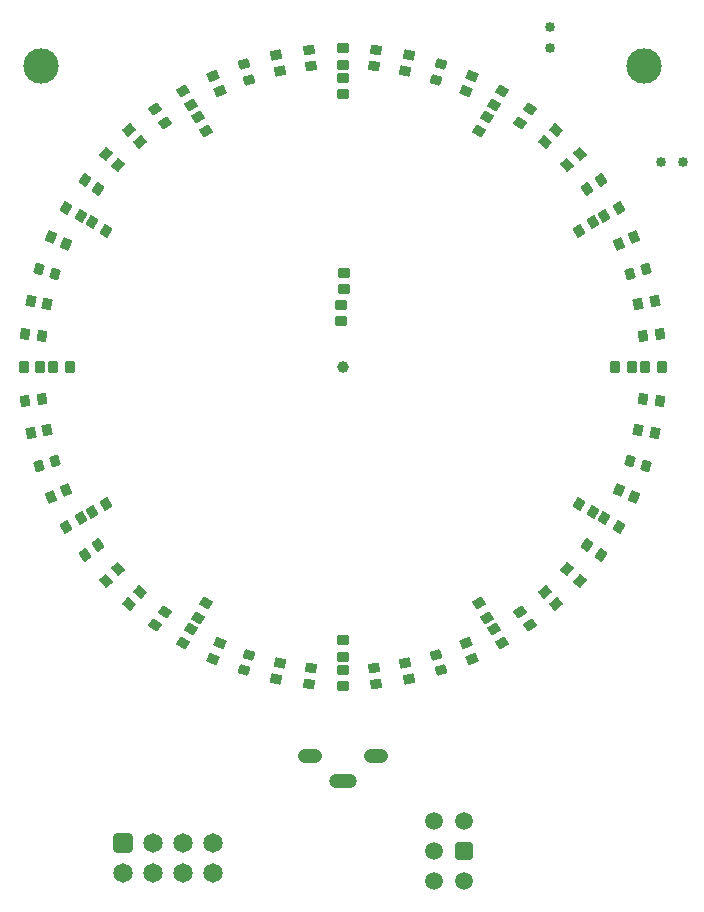
<source format=gbr>
%TF.GenerationSoftware,Altium Limited,Altium Designer,20.1.8 (145)*%
G04 Layer_Color=32768*
%FSLAX44Y44*%
%MOMM*%
%TF.SameCoordinates,3BEBD2D3-E5B3-4009-AA71-14EFD01F195C*%
%TF.FilePolarity,Negative*%
%TF.FileFunction,Soldermask,Top*%
%TF.Part,Single*%
G01*
G75*
%TA.AperFunction,ComponentPad*%
%ADD49C,1.5000*%
G04:AMPARAMS|DCode=53|XSize=1.5mm|YSize=1.5mm|CornerRadius=0.15mm|HoleSize=0mm|Usage=FLASHONLY|Rotation=180.000|XOffset=0mm|YOffset=0mm|HoleType=Round|Shape=RoundedRectangle|*
%AMROUNDEDRECTD53*
21,1,1.5000,1.2000,0,0,180.0*
21,1,1.2000,1.5000,0,0,180.0*
1,1,0.3000,-0.6000,0.6000*
1,1,0.3000,0.6000,0.6000*
1,1,0.3000,0.6000,-0.6000*
1,1,0.3000,-0.6000,-0.6000*
%
%ADD53ROUNDEDRECTD53*%
G04:AMPARAMS|DCode=114|XSize=1.65mm|YSize=1.65mm|CornerRadius=0.2625mm|HoleSize=0mm|Usage=FLASHONLY|Rotation=0.000|XOffset=0mm|YOffset=0mm|HoleType=Round|Shape=RoundedRectangle|*
%AMROUNDEDRECTD114*
21,1,1.6500,1.1250,0,0,0.0*
21,1,1.1250,1.6500,0,0,0.0*
1,1,0.5250,0.5625,-0.5625*
1,1,0.5250,-0.5625,-0.5625*
1,1,0.5250,-0.5625,0.5625*
1,1,0.5250,0.5625,0.5625*
%
%ADD114ROUNDEDRECTD114*%
%ADD115C,1.6500*%
%ADD116O,2.0500X1.2500*%
%ADD117O,2.3500X1.2500*%
%ADD118C,0.8500*%
%TA.AperFunction,ViaPad*%
%ADD119C,3.0000*%
%ADD120C,1.0000*%
%TA.AperFunction,SMDPad,CuDef*%
G04:AMPARAMS|DCode=121|XSize=0.95mm|YSize=0.8mm|CornerRadius=0.0535mm|HoleSize=0mm|Usage=FLASHONLY|Rotation=0.000|XOffset=0mm|YOffset=0mm|HoleType=Round|Shape=RoundedRectangle|*
%AMROUNDEDRECTD121*
21,1,0.9500,0.6930,0,0,0.0*
21,1,0.8430,0.8000,0,0,0.0*
1,1,0.1070,0.4215,-0.3465*
1,1,0.1070,-0.4215,-0.3465*
1,1,0.1070,-0.4215,0.3465*
1,1,0.1070,0.4215,0.3465*
%
%ADD121ROUNDEDRECTD121*%
G04:AMPARAMS|DCode=122|XSize=0.95mm|YSize=0.8mm|CornerRadius=0.0535mm|HoleSize=0mm|Usage=FLASHONLY|Rotation=354.000|XOffset=0mm|YOffset=0mm|HoleType=Round|Shape=RoundedRectangle|*
%AMROUNDEDRECTD122*
21,1,0.9500,0.6930,0,0,354.0*
21,1,0.8430,0.8000,0,0,354.0*
1,1,0.1070,0.3830,-0.3887*
1,1,0.1070,-0.4554,-0.3005*
1,1,0.1070,-0.3830,0.3887*
1,1,0.1070,0.4554,0.3005*
%
%ADD122ROUNDEDRECTD122*%
G04:AMPARAMS|DCode=123|XSize=0.95mm|YSize=0.8mm|CornerRadius=0.0535mm|HoleSize=0mm|Usage=FLASHONLY|Rotation=348.000|XOffset=0mm|YOffset=0mm|HoleType=Round|Shape=RoundedRectangle|*
%AMROUNDEDRECTD123*
21,1,0.9500,0.6930,0,0,348.0*
21,1,0.8430,0.8000,0,0,348.0*
1,1,0.1070,0.3403,-0.4266*
1,1,0.1070,-0.4843,-0.2513*
1,1,0.1070,-0.3403,0.4266*
1,1,0.1070,0.4843,0.2513*
%
%ADD123ROUNDEDRECTD123*%
G04:AMPARAMS|DCode=124|XSize=0.95mm|YSize=0.8mm|CornerRadius=0.0535mm|HoleSize=0mm|Usage=FLASHONLY|Rotation=342.000|XOffset=0mm|YOffset=0mm|HoleType=Round|Shape=RoundedRectangle|*
%AMROUNDEDRECTD124*
21,1,0.9500,0.6930,0,0,342.0*
21,1,0.8430,0.8000,0,0,342.0*
1,1,0.1070,0.2938,-0.4598*
1,1,0.1070,-0.5080,-0.1993*
1,1,0.1070,-0.2938,0.4598*
1,1,0.1070,0.5080,0.1993*
%
%ADD124ROUNDEDRECTD124*%
G04:AMPARAMS|DCode=125|XSize=0.95mm|YSize=0.8mm|CornerRadius=0.0535mm|HoleSize=0mm|Usage=FLASHONLY|Rotation=336.000|XOffset=0mm|YOffset=0mm|HoleType=Round|Shape=RoundedRectangle|*
%AMROUNDEDRECTD125*
21,1,0.9500,0.6930,0,0,336.0*
21,1,0.8430,0.8000,0,0,336.0*
1,1,0.1070,0.2441,-0.4880*
1,1,0.1070,-0.5260,-0.1451*
1,1,0.1070,-0.2441,0.4880*
1,1,0.1070,0.5260,0.1451*
%
%ADD125ROUNDEDRECTD125*%
G04:AMPARAMS|DCode=126|XSize=0.95mm|YSize=0.8mm|CornerRadius=0.0535mm|HoleSize=0mm|Usage=FLASHONLY|Rotation=330.000|XOffset=0mm|YOffset=0mm|HoleType=Round|Shape=RoundedRectangle|*
%AMROUNDEDRECTD126*
21,1,0.9500,0.6930,0,0,330.0*
21,1,0.8430,0.8000,0,0,330.0*
1,1,0.1070,0.1918,-0.5108*
1,1,0.1070,-0.5383,-0.0893*
1,1,0.1070,-0.1918,0.5108*
1,1,0.1070,0.5383,0.0893*
%
%ADD126ROUNDEDRECTD126*%
G04:AMPARAMS|DCode=127|XSize=0.95mm|YSize=0.8mm|CornerRadius=0.0535mm|HoleSize=0mm|Usage=FLASHONLY|Rotation=329.996|XOffset=0mm|YOffset=0mm|HoleType=Round|Shape=RoundedRectangle|*
%AMROUNDEDRECTD127*
21,1,0.9500,0.6930,0,0,330.0*
21,1,0.8430,0.8000,0,0,330.0*
1,1,0.1070,0.1918,-0.5108*
1,1,0.1070,-0.5383,-0.0893*
1,1,0.1070,-0.1918,0.5108*
1,1,0.1070,0.5383,0.0893*
%
%ADD127ROUNDEDRECTD127*%
G04:AMPARAMS|DCode=128|XSize=0.95mm|YSize=0.8mm|CornerRadius=0.0535mm|HoleSize=0mm|Usage=FLASHONLY|Rotation=324.000|XOffset=0mm|YOffset=0mm|HoleType=Round|Shape=RoundedRectangle|*
%AMROUNDEDRECTD128*
21,1,0.9500,0.6930,0,0,324.0*
21,1,0.8430,0.8000,0,0,324.0*
1,1,0.1070,0.1373,-0.5281*
1,1,0.1070,-0.5447,-0.0326*
1,1,0.1070,-0.1373,0.5281*
1,1,0.1070,0.5447,0.0326*
%
%ADD128ROUNDEDRECTD128*%
G04:AMPARAMS|DCode=129|XSize=0.95mm|YSize=0.8mm|CornerRadius=0.0535mm|HoleSize=0mm|Usage=FLASHONLY|Rotation=318.000|XOffset=0mm|YOffset=0mm|HoleType=Round|Shape=RoundedRectangle|*
%AMROUNDEDRECTD129*
21,1,0.9500,0.6930,0,0,318.0*
21,1,0.8430,0.8000,0,0,318.0*
1,1,0.1070,0.0814,-0.5395*
1,1,0.1070,-0.5451,0.0245*
1,1,0.1070,-0.0814,0.5395*
1,1,0.1070,0.5451,-0.0245*
%
%ADD129ROUNDEDRECTD129*%
G04:AMPARAMS|DCode=130|XSize=0.95mm|YSize=0.8mm|CornerRadius=0.0535mm|HoleSize=0mm|Usage=FLASHONLY|Rotation=312.000|XOffset=0mm|YOffset=0mm|HoleType=Round|Shape=RoundedRectangle|*
%AMROUNDEDRECTD130*
21,1,0.9500,0.6930,0,0,312.0*
21,1,0.8430,0.8000,0,0,312.0*
1,1,0.1070,0.0245,-0.5451*
1,1,0.1070,-0.5395,0.0814*
1,1,0.1070,-0.0245,0.5451*
1,1,0.1070,0.5395,-0.0814*
%
%ADD130ROUNDEDRECTD130*%
G04:AMPARAMS|DCode=131|XSize=0.95mm|YSize=0.8mm|CornerRadius=0.0535mm|HoleSize=0mm|Usage=FLASHONLY|Rotation=306.000|XOffset=0mm|YOffset=0mm|HoleType=Round|Shape=RoundedRectangle|*
%AMROUNDEDRECTD131*
21,1,0.9500,0.6930,0,0,306.0*
21,1,0.8430,0.8000,0,0,306.0*
1,1,0.1070,-0.0326,-0.5447*
1,1,0.1070,-0.5281,0.1373*
1,1,0.1070,0.0326,0.5447*
1,1,0.1070,0.5281,-0.1373*
%
%ADD131ROUNDEDRECTD131*%
G04:AMPARAMS|DCode=132|XSize=0.95mm|YSize=0.8mm|CornerRadius=0.0535mm|HoleSize=0mm|Usage=FLASHONLY|Rotation=300.000|XOffset=0mm|YOffset=0mm|HoleType=Round|Shape=RoundedRectangle|*
%AMROUNDEDRECTD132*
21,1,0.9500,0.6930,0,0,300.0*
21,1,0.8430,0.8000,0,0,300.0*
1,1,0.1070,-0.0893,-0.5383*
1,1,0.1070,-0.5108,0.1918*
1,1,0.1070,0.0893,0.5383*
1,1,0.1070,0.5108,-0.1918*
%
%ADD132ROUNDEDRECTD132*%
G04:AMPARAMS|DCode=133|XSize=0.95mm|YSize=0.8mm|CornerRadius=0.0535mm|HoleSize=0mm|Usage=FLASHONLY|Rotation=300.000|XOffset=0mm|YOffset=0mm|HoleType=Round|Shape=RoundedRectangle|*
%AMROUNDEDRECTD133*
21,1,0.9500,0.6930,0,0,300.0*
21,1,0.8430,0.8000,0,0,300.0*
1,1,0.1070,-0.0893,-0.5383*
1,1,0.1070,-0.5108,0.1918*
1,1,0.1070,0.0893,0.5383*
1,1,0.1070,0.5108,-0.1918*
%
%ADD133ROUNDEDRECTD133*%
G04:AMPARAMS|DCode=134|XSize=0.95mm|YSize=0.8mm|CornerRadius=0.0535mm|HoleSize=0mm|Usage=FLASHONLY|Rotation=294.000|XOffset=0mm|YOffset=0mm|HoleType=Round|Shape=RoundedRectangle|*
%AMROUNDEDRECTD134*
21,1,0.9500,0.6930,0,0,294.0*
21,1,0.8430,0.8000,0,0,294.0*
1,1,0.1070,-0.1451,-0.5260*
1,1,0.1070,-0.4880,0.2441*
1,1,0.1070,0.1451,0.5260*
1,1,0.1070,0.4880,-0.2441*
%
%ADD134ROUNDEDRECTD134*%
G04:AMPARAMS|DCode=135|XSize=0.95mm|YSize=0.8mm|CornerRadius=0.0535mm|HoleSize=0mm|Usage=FLASHONLY|Rotation=288.000|XOffset=0mm|YOffset=0mm|HoleType=Round|Shape=RoundedRectangle|*
%AMROUNDEDRECTD135*
21,1,0.9500,0.6930,0,0,288.0*
21,1,0.8430,0.8000,0,0,288.0*
1,1,0.1070,-0.1993,-0.5080*
1,1,0.1070,-0.4598,0.2938*
1,1,0.1070,0.1993,0.5080*
1,1,0.1070,0.4598,-0.2938*
%
%ADD135ROUNDEDRECTD135*%
G04:AMPARAMS|DCode=136|XSize=0.95mm|YSize=0.8mm|CornerRadius=0.0535mm|HoleSize=0mm|Usage=FLASHONLY|Rotation=282.000|XOffset=0mm|YOffset=0mm|HoleType=Round|Shape=RoundedRectangle|*
%AMROUNDEDRECTD136*
21,1,0.9500,0.6930,0,0,282.0*
21,1,0.8430,0.8000,0,0,282.0*
1,1,0.1070,-0.2513,-0.4843*
1,1,0.1070,-0.4266,0.3403*
1,1,0.1070,0.2513,0.4843*
1,1,0.1070,0.4266,-0.3403*
%
%ADD136ROUNDEDRECTD136*%
G04:AMPARAMS|DCode=137|XSize=0.95mm|YSize=0.8mm|CornerRadius=0.0535mm|HoleSize=0mm|Usage=FLASHONLY|Rotation=276.000|XOffset=0mm|YOffset=0mm|HoleType=Round|Shape=RoundedRectangle|*
%AMROUNDEDRECTD137*
21,1,0.9500,0.6930,0,0,276.0*
21,1,0.8430,0.8000,0,0,276.0*
1,1,0.1070,-0.3005,-0.4554*
1,1,0.1070,-0.3887,0.3830*
1,1,0.1070,0.3005,0.4554*
1,1,0.1070,0.3887,-0.3830*
%
%ADD137ROUNDEDRECTD137*%
G04:AMPARAMS|DCode=138|XSize=0.95mm|YSize=0.8mm|CornerRadius=0.0535mm|HoleSize=0mm|Usage=FLASHONLY|Rotation=270.000|XOffset=0mm|YOffset=0mm|HoleType=Round|Shape=RoundedRectangle|*
%AMROUNDEDRECTD138*
21,1,0.9500,0.6930,0,0,270.0*
21,1,0.8430,0.8000,0,0,270.0*
1,1,0.1070,-0.3465,-0.4215*
1,1,0.1070,-0.3465,0.4215*
1,1,0.1070,0.3465,0.4215*
1,1,0.1070,0.3465,-0.4215*
%
%ADD138ROUNDEDRECTD138*%
G04:AMPARAMS|DCode=139|XSize=0.95mm|YSize=0.8mm|CornerRadius=0.0535mm|HoleSize=0mm|Usage=FLASHONLY|Rotation=264.000|XOffset=0mm|YOffset=0mm|HoleType=Round|Shape=RoundedRectangle|*
%AMROUNDEDRECTD139*
21,1,0.9500,0.6930,0,0,264.0*
21,1,0.8430,0.8000,0,0,264.0*
1,1,0.1070,-0.3887,-0.3830*
1,1,0.1070,-0.3005,0.4554*
1,1,0.1070,0.3887,0.3830*
1,1,0.1070,0.3005,-0.4554*
%
%ADD139ROUNDEDRECTD139*%
G04:AMPARAMS|DCode=140|XSize=0.95mm|YSize=0.8mm|CornerRadius=0.0535mm|HoleSize=0mm|Usage=FLASHONLY|Rotation=258.000|XOffset=0mm|YOffset=0mm|HoleType=Round|Shape=RoundedRectangle|*
%AMROUNDEDRECTD140*
21,1,0.9500,0.6930,0,0,258.0*
21,1,0.8430,0.8000,0,0,258.0*
1,1,0.1070,-0.4266,-0.3403*
1,1,0.1070,-0.2513,0.4843*
1,1,0.1070,0.4266,0.3403*
1,1,0.1070,0.2513,-0.4843*
%
%ADD140ROUNDEDRECTD140*%
G04:AMPARAMS|DCode=141|XSize=0.95mm|YSize=0.8mm|CornerRadius=0.0535mm|HoleSize=0mm|Usage=FLASHONLY|Rotation=252.000|XOffset=0mm|YOffset=0mm|HoleType=Round|Shape=RoundedRectangle|*
%AMROUNDEDRECTD141*
21,1,0.9500,0.6930,0,0,252.0*
21,1,0.8430,0.8000,0,0,252.0*
1,1,0.1070,-0.4598,-0.2938*
1,1,0.1070,-0.1993,0.5080*
1,1,0.1070,0.4598,0.2938*
1,1,0.1070,0.1993,-0.5080*
%
%ADD141ROUNDEDRECTD141*%
G04:AMPARAMS|DCode=142|XSize=0.95mm|YSize=0.8mm|CornerRadius=0.0535mm|HoleSize=0mm|Usage=FLASHONLY|Rotation=245.984|XOffset=0mm|YOffset=0mm|HoleType=Round|Shape=RoundedRectangle|*
%AMROUNDEDRECTD142*
21,1,0.9500,0.6930,0,0,246.0*
21,1,0.8430,0.8000,0,0,246.0*
1,1,0.1070,-0.4880,-0.2440*
1,1,0.1070,-0.1450,0.5260*
1,1,0.1070,0.4880,0.2440*
1,1,0.1070,0.1450,-0.5260*
%
%ADD142ROUNDEDRECTD142*%
G04:AMPARAMS|DCode=143|XSize=0.95mm|YSize=0.8mm|CornerRadius=0.0535mm|HoleSize=0mm|Usage=FLASHONLY|Rotation=240.000|XOffset=0mm|YOffset=0mm|HoleType=Round|Shape=RoundedRectangle|*
%AMROUNDEDRECTD143*
21,1,0.9500,0.6930,0,0,240.0*
21,1,0.8430,0.8000,0,0,240.0*
1,1,0.1070,-0.5108,-0.1918*
1,1,0.1070,-0.0893,0.5383*
1,1,0.1070,0.5108,0.1918*
1,1,0.1070,0.0893,-0.5383*
%
%ADD143ROUNDEDRECTD143*%
G04:AMPARAMS|DCode=144|XSize=0.95mm|YSize=0.8mm|CornerRadius=0.0535mm|HoleSize=0mm|Usage=FLASHONLY|Rotation=240.000|XOffset=0mm|YOffset=0mm|HoleType=Round|Shape=RoundedRectangle|*
%AMROUNDEDRECTD144*
21,1,0.9500,0.6930,0,0,240.0*
21,1,0.8430,0.8000,0,0,240.0*
1,1,0.1070,-0.5108,-0.1918*
1,1,0.1070,-0.0893,0.5383*
1,1,0.1070,0.5108,0.1918*
1,1,0.1070,0.0893,-0.5383*
%
%ADD144ROUNDEDRECTD144*%
G04:AMPARAMS|DCode=145|XSize=0.95mm|YSize=0.8mm|CornerRadius=0.0535mm|HoleSize=0mm|Usage=FLASHONLY|Rotation=234.000|XOffset=0mm|YOffset=0mm|HoleType=Round|Shape=RoundedRectangle|*
%AMROUNDEDRECTD145*
21,1,0.9500,0.6930,0,0,234.0*
21,1,0.8430,0.8000,0,0,234.0*
1,1,0.1070,-0.5281,-0.1373*
1,1,0.1070,-0.0326,0.5447*
1,1,0.1070,0.5281,0.1373*
1,1,0.1070,0.0326,-0.5447*
%
%ADD145ROUNDEDRECTD145*%
G04:AMPARAMS|DCode=146|XSize=0.95mm|YSize=0.8mm|CornerRadius=0.0535mm|HoleSize=0mm|Usage=FLASHONLY|Rotation=228.000|XOffset=0mm|YOffset=0mm|HoleType=Round|Shape=RoundedRectangle|*
%AMROUNDEDRECTD146*
21,1,0.9500,0.6930,0,0,228.0*
21,1,0.8430,0.8000,0,0,228.0*
1,1,0.1070,-0.5395,-0.0814*
1,1,0.1070,0.0245,0.5451*
1,1,0.1070,0.5395,0.0814*
1,1,0.1070,-0.0245,-0.5451*
%
%ADD146ROUNDEDRECTD146*%
G04:AMPARAMS|DCode=147|XSize=0.95mm|YSize=0.8mm|CornerRadius=0.0535mm|HoleSize=0mm|Usage=FLASHONLY|Rotation=222.000|XOffset=0mm|YOffset=0mm|HoleType=Round|Shape=RoundedRectangle|*
%AMROUNDEDRECTD147*
21,1,0.9500,0.6930,0,0,222.0*
21,1,0.8430,0.8000,0,0,222.0*
1,1,0.1070,-0.5451,-0.0245*
1,1,0.1070,0.0814,0.5395*
1,1,0.1070,0.5451,0.0245*
1,1,0.1070,-0.0814,-0.5395*
%
%ADD147ROUNDEDRECTD147*%
G04:AMPARAMS|DCode=148|XSize=0.95mm|YSize=0.8mm|CornerRadius=0.0535mm|HoleSize=0mm|Usage=FLASHONLY|Rotation=216.000|XOffset=0mm|YOffset=0mm|HoleType=Round|Shape=RoundedRectangle|*
%AMROUNDEDRECTD148*
21,1,0.9500,0.6930,0,0,216.0*
21,1,0.8430,0.8000,0,0,216.0*
1,1,0.1070,-0.5447,0.0326*
1,1,0.1070,0.1373,0.5281*
1,1,0.1070,0.5447,-0.0326*
1,1,0.1070,-0.1373,-0.5281*
%
%ADD148ROUNDEDRECTD148*%
G04:AMPARAMS|DCode=149|XSize=0.95mm|YSize=0.8mm|CornerRadius=0.0535mm|HoleSize=0mm|Usage=FLASHONLY|Rotation=210.000|XOffset=0mm|YOffset=0mm|HoleType=Round|Shape=RoundedRectangle|*
%AMROUNDEDRECTD149*
21,1,0.9500,0.6930,0,0,210.0*
21,1,0.8430,0.8000,0,0,210.0*
1,1,0.1070,-0.5383,0.0893*
1,1,0.1070,0.1918,0.5108*
1,1,0.1070,0.5383,-0.0893*
1,1,0.1070,-0.1918,-0.5108*
%
%ADD149ROUNDEDRECTD149*%
G04:AMPARAMS|DCode=150|XSize=0.95mm|YSize=0.8mm|CornerRadius=0.0535mm|HoleSize=0mm|Usage=FLASHONLY|Rotation=204.000|XOffset=0mm|YOffset=0mm|HoleType=Round|Shape=RoundedRectangle|*
%AMROUNDEDRECTD150*
21,1,0.9500,0.6930,0,0,204.0*
21,1,0.8430,0.8000,0,0,204.0*
1,1,0.1070,-0.5260,0.1451*
1,1,0.1070,0.2441,0.4880*
1,1,0.1070,0.5260,-0.1451*
1,1,0.1070,-0.2441,-0.4880*
%
%ADD150ROUNDEDRECTD150*%
G04:AMPARAMS|DCode=151|XSize=0.95mm|YSize=0.8mm|CornerRadius=0.0535mm|HoleSize=0mm|Usage=FLASHONLY|Rotation=198.000|XOffset=0mm|YOffset=0mm|HoleType=Round|Shape=RoundedRectangle|*
%AMROUNDEDRECTD151*
21,1,0.9500,0.6930,0,0,198.0*
21,1,0.8430,0.8000,0,0,198.0*
1,1,0.1070,-0.5080,0.1993*
1,1,0.1070,0.2938,0.4598*
1,1,0.1070,0.5080,-0.1993*
1,1,0.1070,-0.2938,-0.4598*
%
%ADD151ROUNDEDRECTD151*%
G04:AMPARAMS|DCode=152|XSize=0.95mm|YSize=0.8mm|CornerRadius=0.0535mm|HoleSize=0mm|Usage=FLASHONLY|Rotation=191.972|XOffset=0mm|YOffset=0mm|HoleType=Round|Shape=RoundedRectangle|*
%AMROUNDEDRECTD152*
21,1,0.9500,0.6930,0,0,192.0*
21,1,0.8430,0.8000,0,0,192.0*
1,1,0.1070,-0.4842,0.2515*
1,1,0.1070,0.3404,0.4264*
1,1,0.1070,0.4842,-0.2515*
1,1,0.1070,-0.3404,-0.4264*
%
%ADD152ROUNDEDRECTD152*%
G04:AMPARAMS|DCode=153|XSize=0.95mm|YSize=0.8mm|CornerRadius=0.0535mm|HoleSize=0mm|Usage=FLASHONLY|Rotation=186.000|XOffset=0mm|YOffset=0mm|HoleType=Round|Shape=RoundedRectangle|*
%AMROUNDEDRECTD153*
21,1,0.9500,0.6930,0,0,186.0*
21,1,0.8430,0.8000,0,0,186.0*
1,1,0.1070,-0.4554,0.3005*
1,1,0.1070,0.3830,0.3887*
1,1,0.1070,0.4554,-0.3005*
1,1,0.1070,-0.3830,-0.3887*
%
%ADD153ROUNDEDRECTD153*%
D49*
X102900Y-435400D02*
D03*
Y-384600D02*
D03*
X77500D02*
D03*
Y-410000D02*
D03*
Y-435400D02*
D03*
D53*
X102900Y-410000D02*
D03*
D114*
X-185961Y-402750D02*
D03*
D115*
X-160560D02*
D03*
X-135161D02*
D03*
X-109761D02*
D03*
X-185961Y-428150D02*
D03*
X-160560D02*
D03*
X-135161D02*
D03*
X-109761D02*
D03*
D116*
X-28000Y-329250D02*
D03*
X28000D02*
D03*
D117*
X0Y-350750D02*
D03*
D118*
X287981Y173447D02*
D03*
X269981D02*
D03*
X175950Y288001D02*
D03*
Y270001D02*
D03*
D119*
X255000Y255000D02*
D03*
X-255000D02*
D03*
D120*
X0Y0D02*
D03*
D121*
Y256000D02*
D03*
Y270000D02*
D03*
Y245000D02*
D03*
Y231000D02*
D03*
Y-231000D02*
D03*
Y-245000D02*
D03*
Y-270000D02*
D03*
Y-256000D02*
D03*
X-1524Y38720D02*
D03*
Y52720D02*
D03*
X1524Y80040D02*
D03*
Y66040D02*
D03*
D122*
X26759Y254597D02*
D03*
X28223Y268521D02*
D03*
X-26759Y-254598D02*
D03*
X-28223Y-268521D02*
D03*
D123*
X56136Y264100D02*
D03*
X53225Y250406D02*
D03*
X-56136Y-264100D02*
D03*
X-53225Y-250406D02*
D03*
D124*
X79108Y243470D02*
D03*
X83435Y256785D02*
D03*
X-79108Y-243470D02*
D03*
X-83435Y-256785D02*
D03*
D125*
X109819Y246657D02*
D03*
X104125Y233868D02*
D03*
X-109819Y-246657D02*
D03*
X-104125Y-233868D02*
D03*
D126*
X128000Y221702D02*
D03*
X135000Y233827D02*
D03*
X-115500Y-200052D02*
D03*
X-122500Y-212176D02*
D03*
X-135000Y-233827D02*
D03*
X-128000Y-221702D02*
D03*
D127*
X122513Y212169D02*
D03*
X115513Y200045D02*
D03*
D128*
X150473Y207108D02*
D03*
X158702Y218435D02*
D03*
X-150473Y-207108D02*
D03*
X-158702Y-218435D02*
D03*
D129*
X180665Y200649D02*
D03*
X171297Y190245D02*
D03*
X-180665Y-200649D02*
D03*
X-171297Y-190245D02*
D03*
D130*
X190245Y171297D02*
D03*
X200649Y180665D02*
D03*
X-190245Y-171297D02*
D03*
X-200649Y-180665D02*
D03*
D131*
X218435Y158702D02*
D03*
X207108Y150473D02*
D03*
X-218435Y-158702D02*
D03*
X-207108Y-150473D02*
D03*
D132*
X221702Y128000D02*
D03*
X233827Y135000D02*
D03*
X-200052Y-115500D02*
D03*
X-212176Y-122500D02*
D03*
X-233827Y-135000D02*
D03*
X-221702Y-128000D02*
D03*
D133*
X212176Y122500D02*
D03*
X200052Y115500D02*
D03*
D134*
X233868Y104125D02*
D03*
X246657Y109819D02*
D03*
X-233868Y-104125D02*
D03*
X-246657Y-109819D02*
D03*
D135*
X256785Y83435D02*
D03*
X243470Y79108D02*
D03*
X-256785Y-83435D02*
D03*
X-243470Y-79108D02*
D03*
D136*
X250406Y53225D02*
D03*
X264100Y56136D02*
D03*
X-250406Y-53225D02*
D03*
X-264100Y-56136D02*
D03*
D137*
X268521Y28223D02*
D03*
X254598Y26759D02*
D03*
X-268521Y-28223D02*
D03*
X-254598Y-26759D02*
D03*
D138*
X231000Y0D02*
D03*
X245000D02*
D03*
X270000D02*
D03*
X256000D02*
D03*
X-231000D02*
D03*
X-245000D02*
D03*
X-270000D02*
D03*
X-256000D02*
D03*
D139*
X254598Y-26759D02*
D03*
X268521Y-28223D02*
D03*
X-254598Y26759D02*
D03*
X-268521Y28223D02*
D03*
D140*
X264100Y-56136D02*
D03*
X250406Y-53225D02*
D03*
X-264100Y56136D02*
D03*
X-250406Y53225D02*
D03*
D141*
X243470Y-79108D02*
D03*
X256785Y-83435D02*
D03*
X-243470Y79108D02*
D03*
X-256787Y83429D02*
D03*
D142*
X246656Y-109822D02*
D03*
X233868Y-104124D02*
D03*
X-246657Y109819D02*
D03*
X-233868Y104125D02*
D03*
D143*
X200052Y-115500D02*
D03*
X212176Y-122500D02*
D03*
X-200052Y115500D02*
D03*
X-212176Y122500D02*
D03*
X-233827Y135000D02*
D03*
X-221702Y128000D02*
D03*
D144*
X233827Y-135000D02*
D03*
X221702Y-128000D02*
D03*
D145*
X207108Y-150473D02*
D03*
X218435Y-158702D02*
D03*
X-207108Y150473D02*
D03*
X-218435Y158702D02*
D03*
D146*
X200649Y-180665D02*
D03*
X190245Y-171297D02*
D03*
X-200649Y180665D02*
D03*
X-190245Y171297D02*
D03*
D147*
X171297Y-190245D02*
D03*
X180665Y-200649D02*
D03*
X-171297Y190245D02*
D03*
X-180665Y200649D02*
D03*
D148*
X158702Y-218435D02*
D03*
X150473Y-207108D02*
D03*
X-158702Y218435D02*
D03*
X-150473Y207108D02*
D03*
D149*
X115500Y-200052D02*
D03*
X122500Y-212176D02*
D03*
X135000Y-233827D02*
D03*
X128000Y-221702D02*
D03*
X-128000Y221702D02*
D03*
X-135000Y233827D02*
D03*
X-122500Y212176D02*
D03*
X-115500Y200052D02*
D03*
D150*
X104125Y-233868D02*
D03*
X109819Y-246657D02*
D03*
X-104125Y233868D02*
D03*
X-109819Y246657D02*
D03*
D151*
X83435Y-256785D02*
D03*
X79108Y-243470D02*
D03*
X-83435Y256785D02*
D03*
X-79108Y243470D02*
D03*
D152*
X53225Y-250406D02*
D03*
X56130Y-264101D02*
D03*
X-53225Y250406D02*
D03*
X-56136Y264100D02*
D03*
D153*
X28223Y-268521D02*
D03*
X26759Y-254598D02*
D03*
X-28223Y268521D02*
D03*
X-26759Y254598D02*
D03*
%TF.MD5,f8df8f30c81a07425fe2a559efde59d4*%
M02*

</source>
